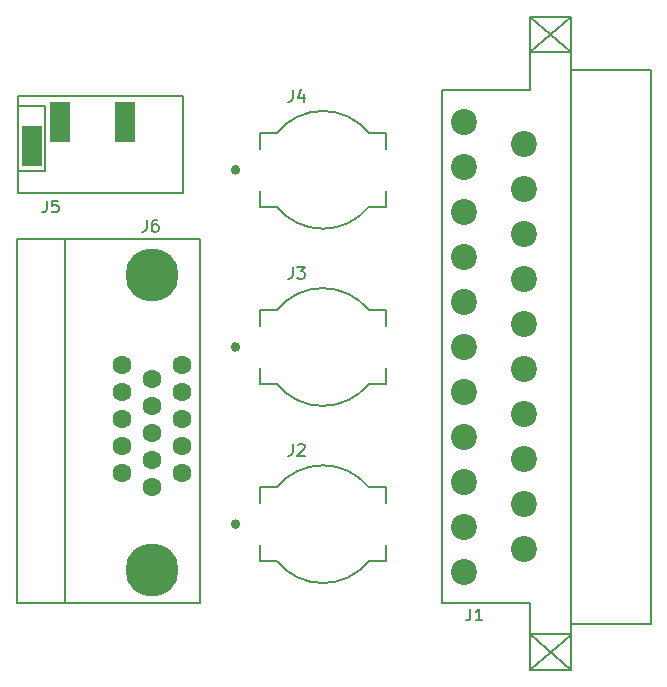
<source format=gbr>
%TF.GenerationSoftware,KiCad,Pcbnew,6.0.4+dfsg-1+b1*%
%TF.CreationDate,2022-07-06T22:38:45+03:00*%
%TF.ProjectId,dexx_video_adapter,64657878-5f76-4696-9465-6f5f61646170,rev?*%
%TF.SameCoordinates,Original*%
%TF.FileFunction,Legend,Top*%
%TF.FilePolarity,Positive*%
%FSLAX46Y46*%
G04 Gerber Fmt 4.6, Leading zero omitted, Abs format (unit mm)*
G04 Created by KiCad (PCBNEW 6.0.4+dfsg-1+b1) date 2022-07-06 22:38:45*
%MOMM*%
%LPD*%
G01*
G04 APERTURE LIST*
%ADD10C,0.150000*%
%ADD11C,0.127000*%
%ADD12C,0.400000*%
%ADD13C,1.600000*%
%ADD14C,4.500000*%
%ADD15C,2.200000*%
%ADD16R,1.700000X3.500000*%
G04 APERTURE END LIST*
D10*
%TO.C,J3*%
X48640683Y-34214754D02*
X48640683Y-34929316D01*
X48593045Y-35072228D01*
X48497770Y-35167503D01*
X48354858Y-35215140D01*
X48259583Y-35215140D01*
X49021782Y-34214754D02*
X49641069Y-34214754D01*
X49307607Y-34595854D01*
X49450519Y-34595854D01*
X49545794Y-34643491D01*
X49593431Y-34691128D01*
X49641069Y-34786403D01*
X49641069Y-35024590D01*
X49593431Y-35119865D01*
X49545794Y-35167503D01*
X49450519Y-35215140D01*
X49164694Y-35215140D01*
X49069419Y-35167503D01*
X49021782Y-35119865D01*
%TO.C,J4*%
X48640683Y-19214754D02*
X48640683Y-19929316D01*
X48593045Y-20072228D01*
X48497770Y-20167503D01*
X48354858Y-20215140D01*
X48259583Y-20215140D01*
X49545794Y-19548216D02*
X49545794Y-20215140D01*
X49307607Y-19167117D02*
X49069419Y-19881678D01*
X49688706Y-19881678D01*
%TO.C,J6*%
X36271666Y-30232380D02*
X36271666Y-30946666D01*
X36224047Y-31089523D01*
X36128809Y-31184761D01*
X35985952Y-31232380D01*
X35890714Y-31232380D01*
X37176428Y-30232380D02*
X36985952Y-30232380D01*
X36890714Y-30280000D01*
X36843095Y-30327619D01*
X36747857Y-30470476D01*
X36700238Y-30660952D01*
X36700238Y-31041904D01*
X36747857Y-31137142D01*
X36795476Y-31184761D01*
X36890714Y-31232380D01*
X37081190Y-31232380D01*
X37176428Y-31184761D01*
X37224047Y-31137142D01*
X37271666Y-31041904D01*
X37271666Y-30803809D01*
X37224047Y-30708571D01*
X37176428Y-30660952D01*
X37081190Y-30613333D01*
X36890714Y-30613333D01*
X36795476Y-30660952D01*
X36747857Y-30708571D01*
X36700238Y-30803809D01*
%TO.C,J2*%
X48640683Y-49214754D02*
X48640683Y-49929316D01*
X48593045Y-50072228D01*
X48497770Y-50167503D01*
X48354858Y-50215140D01*
X48259583Y-50215140D01*
X49069419Y-49310029D02*
X49117057Y-49262392D01*
X49212332Y-49214754D01*
X49450519Y-49214754D01*
X49545794Y-49262392D01*
X49593431Y-49310029D01*
X49641069Y-49405304D01*
X49641069Y-49500579D01*
X49593431Y-49643491D01*
X49021782Y-50215140D01*
X49641069Y-50215140D01*
%TO.C,J1*%
X63679946Y-63145380D02*
X63679946Y-63859666D01*
X63632327Y-64002523D01*
X63537089Y-64097761D01*
X63394232Y-64145380D01*
X63298994Y-64145380D01*
X64679946Y-64145380D02*
X64108518Y-64145380D01*
X64394232Y-64145380D02*
X64394232Y-63145380D01*
X64298994Y-63288238D01*
X64203756Y-63383476D01*
X64108518Y-63431095D01*
%TO.C,J5*%
X27809406Y-28598220D02*
X27809406Y-29312506D01*
X27761787Y-29455363D01*
X27666549Y-29550601D01*
X27523692Y-29598220D01*
X27428454Y-29598220D01*
X28761787Y-28598220D02*
X28285597Y-28598220D01*
X28237978Y-29074411D01*
X28285597Y-29026792D01*
X28380835Y-28979173D01*
X28618930Y-28979173D01*
X28714168Y-29026792D01*
X28761787Y-29074411D01*
X28809406Y-29169649D01*
X28809406Y-29407744D01*
X28761787Y-29502982D01*
X28714168Y-29550601D01*
X28618930Y-29598220D01*
X28380835Y-29598220D01*
X28285597Y-29550601D01*
X28237978Y-29502982D01*
D11*
%TO.C,J3*%
X47296000Y-44135000D02*
X45830000Y-44135000D01*
X56530000Y-44135000D02*
X55064000Y-44135000D01*
X56530000Y-42765000D02*
X56530000Y-44135000D01*
X47296000Y-37865000D02*
X45830000Y-37865000D01*
X45830000Y-37865000D02*
X45830000Y-39235000D01*
X56530000Y-37865000D02*
X55064000Y-37865000D01*
X45830000Y-42765000D02*
X45830000Y-44135000D01*
X56530000Y-37865000D02*
X56530000Y-39235000D01*
X47296000Y-44135000D02*
G75*
G03*
X55064000Y-44135000I3884000J3148851D01*
G01*
X55064000Y-37865000D02*
G75*
G03*
X47296000Y-37865000I-3884000J-3148851D01*
G01*
D12*
X43980000Y-41000000D02*
G75*
G03*
X43980000Y-41000000I-200000J0D01*
G01*
D11*
%TO.C,J4*%
X56530000Y-22865000D02*
X56530000Y-24235000D01*
X45830000Y-27765000D02*
X45830000Y-29135000D01*
X56530000Y-29135000D02*
X55064000Y-29135000D01*
X56530000Y-22865000D02*
X55064000Y-22865000D01*
X56530000Y-27765000D02*
X56530000Y-29135000D01*
X47296000Y-22865000D02*
X45830000Y-22865000D01*
X45830000Y-22865000D02*
X45830000Y-24235000D01*
X47296000Y-29135000D02*
X45830000Y-29135000D01*
X55064000Y-22865000D02*
G75*
G03*
X47296000Y-22865000I-3884000J-3148851D01*
G01*
X47296000Y-29135000D02*
G75*
G03*
X55064000Y-29135000I3884000J3148851D01*
G01*
D12*
X43980000Y-26000000D02*
G75*
G03*
X43980000Y-26000000I-200000J0D01*
G01*
D10*
%TO.C,J6*%
X40800000Y-62650000D02*
X25270000Y-62650000D01*
X40800000Y-62650000D02*
X40800000Y-31850000D01*
X25270000Y-31850000D02*
X40800000Y-31850000D01*
X29320000Y-62650000D02*
X29320000Y-31850000D01*
X25270000Y-62650000D02*
X25270000Y-31850000D01*
D11*
%TO.C,J2*%
X47296000Y-59135000D02*
X45830000Y-59135000D01*
X56530000Y-52865000D02*
X55064000Y-52865000D01*
X47296000Y-52865000D02*
X45830000Y-52865000D01*
X56530000Y-52865000D02*
X56530000Y-54235000D01*
X45830000Y-52865000D02*
X45830000Y-54235000D01*
X56530000Y-57765000D02*
X56530000Y-59135000D01*
X45830000Y-57765000D02*
X45830000Y-59135000D01*
X56530000Y-59135000D02*
X55064000Y-59135000D01*
X55064000Y-52865000D02*
G75*
G03*
X47296000Y-52865000I-3884000J-3148851D01*
G01*
X47296000Y-59135000D02*
G75*
G03*
X55064000Y-59135000I3884000J3148851D01*
G01*
D12*
X43980000Y-56000000D02*
G75*
G03*
X43980000Y-56000000I-200000J0D01*
G01*
D10*
%TO.C,J1*%
X72192080Y-68306660D02*
X68724980Y-65339940D01*
X61250000Y-19210000D02*
X68700000Y-19210000D01*
X78950000Y-17515000D02*
X72200000Y-17515000D01*
X68700000Y-13055000D02*
X72200000Y-13055000D01*
X78950000Y-17515000D02*
X78950000Y-64415000D01*
X61250000Y-62710000D02*
X61250000Y-19210000D01*
X72207320Y-16047680D02*
X68704660Y-13058100D01*
X72200000Y-68325000D02*
X68700000Y-68325000D01*
X68709740Y-68314280D02*
X72189540Y-65342480D01*
X68700000Y-16055000D02*
X72200000Y-16055000D01*
X68700000Y-62710000D02*
X68700000Y-68325000D01*
X72200000Y-65325000D02*
X68700000Y-65325000D01*
X68700000Y-19210000D02*
X68700000Y-13055000D01*
X68700000Y-62710000D02*
X61250000Y-62710000D01*
X72200000Y-13055000D02*
X72200000Y-68325000D01*
X78950000Y-64415000D02*
X72200000Y-64415000D01*
X68702120Y-16055300D02*
X72194620Y-13068260D01*
%TO.C,J5*%
X27695700Y-26082600D02*
X27698240Y-20616520D01*
X25340000Y-27960000D02*
X39340000Y-27960000D01*
X25371600Y-26082600D02*
X27695700Y-26082600D01*
X25340000Y-19760000D02*
X25340000Y-27960000D01*
X39340000Y-19760000D02*
X25340000Y-19760000D01*
X27698240Y-20616520D02*
X25343660Y-20616520D01*
X39340000Y-27960000D02*
X39340000Y-19760000D01*
%TD*%
D13*
%TO.C,J6*%
X39240000Y-51690000D03*
X39240000Y-49400000D03*
X39240000Y-47110000D03*
X39240000Y-44820000D03*
X39240000Y-42530000D03*
X36700000Y-52830000D03*
X36700000Y-50540000D03*
X36700000Y-48250000D03*
X36700000Y-45960000D03*
D14*
X36700000Y-34870000D03*
D13*
X36700000Y-43670000D03*
D14*
X36700000Y-59870000D03*
D13*
X34160000Y-51690000D03*
X34160000Y-49400000D03*
X34160000Y-47110000D03*
X34160000Y-44820000D03*
X34160000Y-42530000D03*
%TD*%
D15*
%TO.C,J1*%
X63170000Y-21910000D03*
X68250000Y-23815000D03*
X63170000Y-25720000D03*
X68250000Y-27625000D03*
X63170000Y-29530000D03*
X68250000Y-31435000D03*
X63170000Y-33340000D03*
X68250000Y-35245000D03*
X63170000Y-37150000D03*
X68250000Y-39055000D03*
X63170000Y-40960000D03*
X68250000Y-42865000D03*
X63170000Y-44770000D03*
X68250000Y-46675000D03*
X63170000Y-48580000D03*
X68250000Y-50485000D03*
X63170000Y-52390000D03*
X68250000Y-54295000D03*
X63170000Y-56200000D03*
X68250000Y-58105000D03*
X63170000Y-60010000D03*
%TD*%
D16*
%TO.C,J5*%
X34440000Y-21960000D03*
X26540000Y-23960000D03*
X28940000Y-21960000D03*
%TD*%
M02*

</source>
